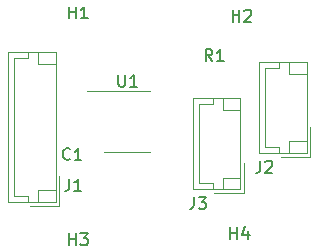
<source format=gbr>
%TF.GenerationSoftware,KiCad,Pcbnew,(5.1.10)-1*%
%TF.CreationDate,2021-12-28T15:59:08-05:00*%
%TF.ProjectId,CAN Transceiver Breakout,43414e20-5472-4616-9e73-636569766572,rev?*%
%TF.SameCoordinates,Original*%
%TF.FileFunction,Legend,Top*%
%TF.FilePolarity,Positive*%
%FSLAX46Y46*%
G04 Gerber Fmt 4.6, Leading zero omitted, Abs format (unit mm)*
G04 Created by KiCad (PCBNEW (5.1.10)-1) date 2021-12-28 15:59:08*
%MOMM*%
%LPD*%
G01*
G04 APERTURE LIST*
%ADD10C,0.120000*%
%ADD11C,0.150000*%
G04 APERTURE END LIST*
D10*
%TO.C,J3*%
X105710000Y-79330000D02*
X109730000Y-79330000D01*
X109730000Y-79330000D02*
X109730000Y-71610000D01*
X109730000Y-71610000D02*
X105710000Y-71610000D01*
X105710000Y-71610000D02*
X105710000Y-79330000D01*
X107420000Y-79330000D02*
X107420000Y-78830000D01*
X107420000Y-78830000D02*
X106210000Y-78830000D01*
X106210000Y-78830000D02*
X106210000Y-72110000D01*
X106210000Y-72110000D02*
X107420000Y-72110000D01*
X107420000Y-72110000D02*
X107420000Y-71610000D01*
X108230000Y-79330000D02*
X108230000Y-78330000D01*
X108230000Y-78330000D02*
X109730000Y-78330000D01*
X108230000Y-71610000D02*
X108230000Y-72610000D01*
X108230000Y-72610000D02*
X109730000Y-72610000D01*
X107530000Y-79630000D02*
X110030000Y-79630000D01*
X110030000Y-79630000D02*
X110030000Y-77130000D01*
%TO.C,U1*%
X100170000Y-71020000D02*
X96720000Y-71020000D01*
X100170000Y-71020000D02*
X102120000Y-71020000D01*
X100170000Y-76140000D02*
X98220000Y-76140000D01*
X100170000Y-76140000D02*
X102120000Y-76140000D01*
%TO.C,J2*%
X115640000Y-76570000D02*
X115640000Y-74070000D01*
X113140000Y-76570000D02*
X115640000Y-76570000D01*
X113840000Y-69550000D02*
X115340000Y-69550000D01*
X113840000Y-68550000D02*
X113840000Y-69550000D01*
X113840000Y-75270000D02*
X115340000Y-75270000D01*
X113840000Y-76270000D02*
X113840000Y-75270000D01*
X113030000Y-69050000D02*
X113030000Y-68550000D01*
X111820000Y-69050000D02*
X113030000Y-69050000D01*
X111820000Y-75770000D02*
X111820000Y-69050000D01*
X113030000Y-75770000D02*
X111820000Y-75770000D01*
X113030000Y-76270000D02*
X113030000Y-75770000D01*
X111320000Y-68550000D02*
X111320000Y-76270000D01*
X115340000Y-68550000D02*
X111320000Y-68550000D01*
X115340000Y-76270000D02*
X115340000Y-68550000D01*
X111320000Y-76270000D02*
X115340000Y-76270000D01*
%TO.C,J1*%
X94410000Y-80710000D02*
X94410000Y-78210000D01*
X91910000Y-80710000D02*
X94410000Y-80710000D01*
X92610000Y-68690000D02*
X94110000Y-68690000D01*
X92610000Y-67690000D02*
X92610000Y-68690000D01*
X92610000Y-79410000D02*
X94110000Y-79410000D01*
X92610000Y-80410000D02*
X92610000Y-79410000D01*
X91800000Y-68190000D02*
X91800000Y-67690000D01*
X90590000Y-68190000D02*
X91800000Y-68190000D01*
X90590000Y-79910000D02*
X90590000Y-68190000D01*
X91800000Y-79910000D02*
X90590000Y-79910000D01*
X91800000Y-80410000D02*
X91800000Y-79910000D01*
X90090000Y-67690000D02*
X90090000Y-80410000D01*
X94110000Y-67690000D02*
X90090000Y-67690000D01*
X94110000Y-80410000D02*
X94110000Y-67690000D01*
X90090000Y-80410000D02*
X94110000Y-80410000D01*
%TO.C,J3*%
D11*
X105816666Y-79982380D02*
X105816666Y-80696666D01*
X105769047Y-80839523D01*
X105673809Y-80934761D01*
X105530952Y-80982380D01*
X105435714Y-80982380D01*
X106197619Y-79982380D02*
X106816666Y-79982380D01*
X106483333Y-80363333D01*
X106626190Y-80363333D01*
X106721428Y-80410952D01*
X106769047Y-80458571D01*
X106816666Y-80553809D01*
X106816666Y-80791904D01*
X106769047Y-80887142D01*
X106721428Y-80934761D01*
X106626190Y-80982380D01*
X106340476Y-80982380D01*
X106245238Y-80934761D01*
X106197619Y-80887142D01*
%TO.C,H4*%
X108898095Y-83522380D02*
X108898095Y-82522380D01*
X108898095Y-82998571D02*
X109469523Y-82998571D01*
X109469523Y-83522380D02*
X109469523Y-82522380D01*
X110374285Y-82855714D02*
X110374285Y-83522380D01*
X110136190Y-82474761D02*
X109898095Y-83189047D01*
X110517142Y-83189047D01*
%TO.C,H3*%
X95238095Y-84052380D02*
X95238095Y-83052380D01*
X95238095Y-83528571D02*
X95809523Y-83528571D01*
X95809523Y-84052380D02*
X95809523Y-83052380D01*
X96190476Y-83052380D02*
X96809523Y-83052380D01*
X96476190Y-83433333D01*
X96619047Y-83433333D01*
X96714285Y-83480952D01*
X96761904Y-83528571D01*
X96809523Y-83623809D01*
X96809523Y-83861904D01*
X96761904Y-83957142D01*
X96714285Y-84004761D01*
X96619047Y-84052380D01*
X96333333Y-84052380D01*
X96238095Y-84004761D01*
X96190476Y-83957142D01*
%TO.C,H2*%
X109078095Y-65132380D02*
X109078095Y-64132380D01*
X109078095Y-64608571D02*
X109649523Y-64608571D01*
X109649523Y-65132380D02*
X109649523Y-64132380D01*
X110078095Y-64227619D02*
X110125714Y-64180000D01*
X110220952Y-64132380D01*
X110459047Y-64132380D01*
X110554285Y-64180000D01*
X110601904Y-64227619D01*
X110649523Y-64322857D01*
X110649523Y-64418095D01*
X110601904Y-64560952D01*
X110030476Y-65132380D01*
X110649523Y-65132380D01*
%TO.C,H1*%
X95238095Y-64852380D02*
X95238095Y-63852380D01*
X95238095Y-64328571D02*
X95809523Y-64328571D01*
X95809523Y-64852380D02*
X95809523Y-63852380D01*
X96809523Y-64852380D02*
X96238095Y-64852380D01*
X96523809Y-64852380D02*
X96523809Y-63852380D01*
X96428571Y-63995238D01*
X96333333Y-64090476D01*
X96238095Y-64138095D01*
%TO.C,U1*%
X99408095Y-69632380D02*
X99408095Y-70441904D01*
X99455714Y-70537142D01*
X99503333Y-70584761D01*
X99598571Y-70632380D01*
X99789047Y-70632380D01*
X99884285Y-70584761D01*
X99931904Y-70537142D01*
X99979523Y-70441904D01*
X99979523Y-69632380D01*
X100979523Y-70632380D02*
X100408095Y-70632380D01*
X100693809Y-70632380D02*
X100693809Y-69632380D01*
X100598571Y-69775238D01*
X100503333Y-69870476D01*
X100408095Y-69918095D01*
%TO.C,R1*%
X107363333Y-68472380D02*
X107030000Y-67996190D01*
X106791904Y-68472380D02*
X106791904Y-67472380D01*
X107172857Y-67472380D01*
X107268095Y-67520000D01*
X107315714Y-67567619D01*
X107363333Y-67662857D01*
X107363333Y-67805714D01*
X107315714Y-67900952D01*
X107268095Y-67948571D01*
X107172857Y-67996190D01*
X106791904Y-67996190D01*
X108315714Y-68472380D02*
X107744285Y-68472380D01*
X108030000Y-68472380D02*
X108030000Y-67472380D01*
X107934761Y-67615238D01*
X107839523Y-67710476D01*
X107744285Y-67758095D01*
%TO.C,J2*%
X111426666Y-76922380D02*
X111426666Y-77636666D01*
X111379047Y-77779523D01*
X111283809Y-77874761D01*
X111140952Y-77922380D01*
X111045714Y-77922380D01*
X111855238Y-77017619D02*
X111902857Y-76970000D01*
X111998095Y-76922380D01*
X112236190Y-76922380D01*
X112331428Y-76970000D01*
X112379047Y-77017619D01*
X112426666Y-77112857D01*
X112426666Y-77208095D01*
X112379047Y-77350952D01*
X111807619Y-77922380D01*
X112426666Y-77922380D01*
%TO.C,J1*%
X95266666Y-78452380D02*
X95266666Y-79166666D01*
X95219047Y-79309523D01*
X95123809Y-79404761D01*
X94980952Y-79452380D01*
X94885714Y-79452380D01*
X96266666Y-79452380D02*
X95695238Y-79452380D01*
X95980952Y-79452380D02*
X95980952Y-78452380D01*
X95885714Y-78595238D01*
X95790476Y-78690476D01*
X95695238Y-78738095D01*
%TO.C,C1*%
X95333333Y-76757142D02*
X95285714Y-76804761D01*
X95142857Y-76852380D01*
X95047619Y-76852380D01*
X94904761Y-76804761D01*
X94809523Y-76709523D01*
X94761904Y-76614285D01*
X94714285Y-76423809D01*
X94714285Y-76280952D01*
X94761904Y-76090476D01*
X94809523Y-75995238D01*
X94904761Y-75900000D01*
X95047619Y-75852380D01*
X95142857Y-75852380D01*
X95285714Y-75900000D01*
X95333333Y-75947619D01*
X96285714Y-76852380D02*
X95714285Y-76852380D01*
X96000000Y-76852380D02*
X96000000Y-75852380D01*
X95904761Y-75995238D01*
X95809523Y-76090476D01*
X95714285Y-76138095D01*
%TD*%
M02*

</source>
